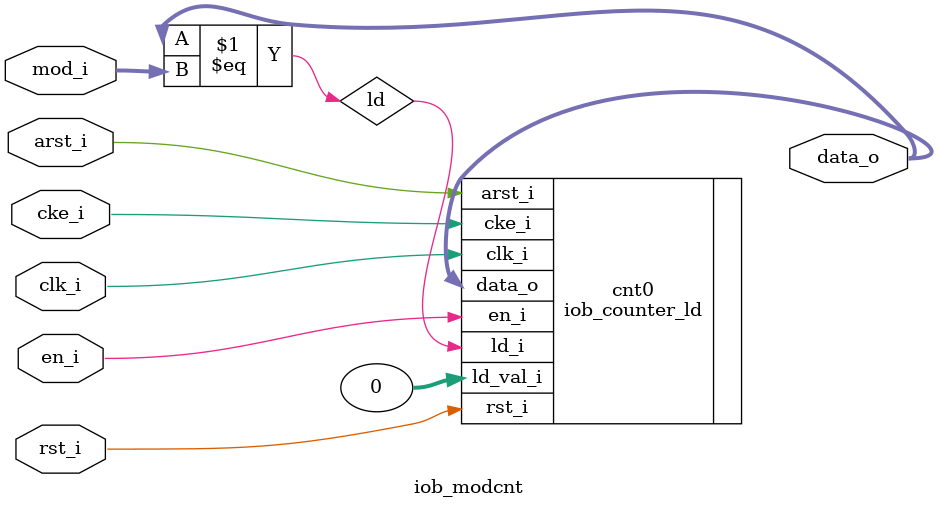
<source format=v>
`timescale 1ns / 1ps

module iob_modcnt
  #(
    parameter DATA_W = 32,
    parameter RST_VAL = 0
    )
   (

    input               clk_i,
    input               arst_i,
    input               cke_i,

    input               rst_i,
    input               en_i,

    input [DATA_W-1:0]  mod_i,
    output [DATA_W-1:0] data_o
    );

   wire                 ld = (data_o == mod_i);
   localparam [DATA_W-1:0] LD_VAL = 0;

   iob_counter_ld #(DATA_W, RST_VAL) cnt0
     (
      .clk_i(clk_i),
      .arst_i(arst_i),
      .cke_i(cke_i),

      .rst_i(rst_i),
      .en_i(en_i),

      .ld_i(ld),
      .ld_val_i(LD_VAL),

      .data_o(data_o)
      );

endmodule

</source>
